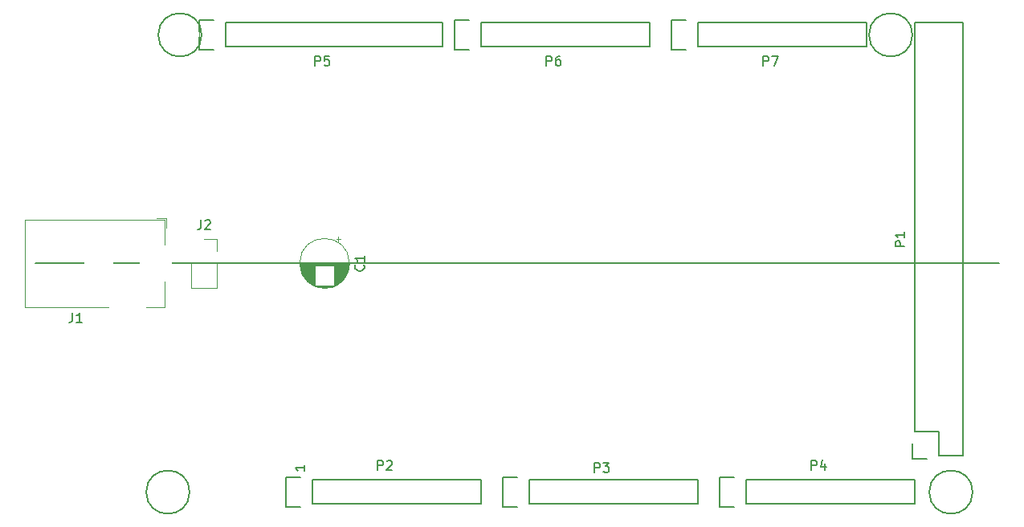
<source format=gto>
G04 #@! TF.GenerationSoftware,KiCad,Pcbnew,(5.1.2-1)-1*
G04 #@! TF.CreationDate,2019-07-30T03:04:29+09:00*
G04 #@! TF.ProjectId,base-shield,62617365-2d73-4686-9965-6c642e6b6963,rev?*
G04 #@! TF.SameCoordinates,PX6296c50PY74079d0*
G04 #@! TF.FileFunction,Legend,Top*
G04 #@! TF.FilePolarity,Positive*
%FSLAX46Y46*%
G04 Gerber Fmt 4.6, Leading zero omitted, Abs format (unit mm)*
G04 Created by KiCad (PCBNEW (5.1.2-1)-1) date 2019-07-30 03:04:29*
%MOMM*%
%LPD*%
G04 APERTURE LIST*
%ADD10C,0.150000*%
%ADD11C,0.120000*%
%ADD12C,1.727200*%
%ADD13O,1.727200X1.727200*%
%ADD14O,1.727200X2.032000*%
%ADD15C,4.064000*%
%ADD16R,1.600000X1.600000*%
%ADD17C,1.600000*%
%ADD18R,3.500000X3.500000*%
%ADD19C,0.100000*%
%ADD20C,3.000000*%
%ADD21C,3.500000*%
%ADD22R,1.700000X1.700000*%
%ADD23O,1.700000X1.700000*%
G04 APERTURE END LIST*
D10*
X0Y26670000D02*
X101600000Y26670000D01*
X28392380Y5365715D02*
X28392380Y4794286D01*
X28392380Y5080000D02*
X27392380Y5080000D01*
X27535238Y4984762D01*
X27630476Y4889524D01*
X27678095Y4794286D01*
X97790000Y6350000D02*
X97790000Y52070000D01*
X92710000Y52070000D02*
X92710000Y8890000D01*
X97790000Y52070000D02*
X92710000Y52070000D01*
X97790000Y6350000D02*
X95250000Y6350000D01*
X92430000Y7620000D02*
X92430000Y6070000D01*
X95250000Y6350000D02*
X95250000Y8890000D01*
X95250000Y8890000D02*
X92710000Y8890000D01*
X92430000Y6070000D02*
X93980000Y6070000D01*
X29210000Y1270000D02*
X46990000Y1270000D01*
X46990000Y1270000D02*
X46990000Y3810000D01*
X46990000Y3810000D02*
X29210000Y3810000D01*
X26390000Y990000D02*
X27940000Y990000D01*
X29210000Y1270000D02*
X29210000Y3810000D01*
X27940000Y4090000D02*
X26390000Y4090000D01*
X26390000Y4090000D02*
X26390000Y990000D01*
X52070000Y1270000D02*
X69850000Y1270000D01*
X69850000Y1270000D02*
X69850000Y3810000D01*
X69850000Y3810000D02*
X52070000Y3810000D01*
X49250000Y990000D02*
X50800000Y990000D01*
X52070000Y1270000D02*
X52070000Y3810000D01*
X50800000Y4090000D02*
X49250000Y4090000D01*
X49250000Y4090000D02*
X49250000Y990000D01*
X74930000Y1270000D02*
X92710000Y1270000D01*
X92710000Y1270000D02*
X92710000Y3810000D01*
X92710000Y3810000D02*
X74930000Y3810000D01*
X72110000Y990000D02*
X73660000Y990000D01*
X74930000Y1270000D02*
X74930000Y3810000D01*
X73660000Y4090000D02*
X72110000Y4090000D01*
X72110000Y4090000D02*
X72110000Y990000D01*
X20066000Y49530000D02*
X42926000Y49530000D01*
X42926000Y49530000D02*
X42926000Y52070000D01*
X42926000Y52070000D02*
X20066000Y52070000D01*
X17246000Y49250000D02*
X18796000Y49250000D01*
X20066000Y49530000D02*
X20066000Y52070000D01*
X18796000Y52350000D02*
X17246000Y52350000D01*
X17246000Y52350000D02*
X17246000Y49250000D01*
X46990000Y49530000D02*
X64770000Y49530000D01*
X64770000Y49530000D02*
X64770000Y52070000D01*
X64770000Y52070000D02*
X46990000Y52070000D01*
X44170000Y49250000D02*
X45720000Y49250000D01*
X46990000Y49530000D02*
X46990000Y52070000D01*
X45720000Y52350000D02*
X44170000Y52350000D01*
X44170000Y52350000D02*
X44170000Y49250000D01*
X69850000Y49530000D02*
X87630000Y49530000D01*
X87630000Y49530000D02*
X87630000Y52070000D01*
X87630000Y52070000D02*
X69850000Y52070000D01*
X67030000Y49250000D02*
X68580000Y49250000D01*
X69850000Y49530000D02*
X69850000Y52070000D01*
X68580000Y52350000D02*
X67030000Y52350000D01*
X67030000Y52350000D02*
X67030000Y49250000D01*
X16256000Y2540000D02*
G75*
G03X16256000Y2540000I-2286000J0D01*
G01*
X98806000Y2540000D02*
G75*
G03X98806000Y2540000I-2286000J0D01*
G01*
X17526000Y50800000D02*
G75*
G03X17526000Y50800000I-2286000J0D01*
G01*
X92456000Y50800000D02*
G75*
G03X92456000Y50800000I-2286000J0D01*
G01*
D11*
X33100000Y26690000D02*
G75*
G03X33100000Y26690000I-2620000J0D01*
G01*
X33060000Y26690000D02*
X27900000Y26690000D01*
X33060000Y26650000D02*
X27900000Y26650000D01*
X33059000Y26610000D02*
X27901000Y26610000D01*
X33058000Y26570000D02*
X27902000Y26570000D01*
X33056000Y26530000D02*
X27904000Y26530000D01*
X33053000Y26490000D02*
X27907000Y26490000D01*
X33049000Y26450000D02*
X31520000Y26450000D01*
X29440000Y26450000D02*
X27911000Y26450000D01*
X33045000Y26410000D02*
X31520000Y26410000D01*
X29440000Y26410000D02*
X27915000Y26410000D01*
X33041000Y26370000D02*
X31520000Y26370000D01*
X29440000Y26370000D02*
X27919000Y26370000D01*
X33036000Y26330000D02*
X31520000Y26330000D01*
X29440000Y26330000D02*
X27924000Y26330000D01*
X33030000Y26290000D02*
X31520000Y26290000D01*
X29440000Y26290000D02*
X27930000Y26290000D01*
X33023000Y26250000D02*
X31520000Y26250000D01*
X29440000Y26250000D02*
X27937000Y26250000D01*
X33016000Y26210000D02*
X31520000Y26210000D01*
X29440000Y26210000D02*
X27944000Y26210000D01*
X33008000Y26170000D02*
X31520000Y26170000D01*
X29440000Y26170000D02*
X27952000Y26170000D01*
X33000000Y26130000D02*
X31520000Y26130000D01*
X29440000Y26130000D02*
X27960000Y26130000D01*
X32991000Y26090000D02*
X31520000Y26090000D01*
X29440000Y26090000D02*
X27969000Y26090000D01*
X32981000Y26050000D02*
X31520000Y26050000D01*
X29440000Y26050000D02*
X27979000Y26050000D01*
X32971000Y26010000D02*
X31520000Y26010000D01*
X29440000Y26010000D02*
X27989000Y26010000D01*
X32960000Y25969000D02*
X31520000Y25969000D01*
X29440000Y25969000D02*
X28000000Y25969000D01*
X32948000Y25929000D02*
X31520000Y25929000D01*
X29440000Y25929000D02*
X28012000Y25929000D01*
X32935000Y25889000D02*
X31520000Y25889000D01*
X29440000Y25889000D02*
X28025000Y25889000D01*
X32922000Y25849000D02*
X31520000Y25849000D01*
X29440000Y25849000D02*
X28038000Y25849000D01*
X32908000Y25809000D02*
X31520000Y25809000D01*
X29440000Y25809000D02*
X28052000Y25809000D01*
X32894000Y25769000D02*
X31520000Y25769000D01*
X29440000Y25769000D02*
X28066000Y25769000D01*
X32878000Y25729000D02*
X31520000Y25729000D01*
X29440000Y25729000D02*
X28082000Y25729000D01*
X32862000Y25689000D02*
X31520000Y25689000D01*
X29440000Y25689000D02*
X28098000Y25689000D01*
X32845000Y25649000D02*
X31520000Y25649000D01*
X29440000Y25649000D02*
X28115000Y25649000D01*
X32828000Y25609000D02*
X31520000Y25609000D01*
X29440000Y25609000D02*
X28132000Y25609000D01*
X32809000Y25569000D02*
X31520000Y25569000D01*
X29440000Y25569000D02*
X28151000Y25569000D01*
X32790000Y25529000D02*
X31520000Y25529000D01*
X29440000Y25529000D02*
X28170000Y25529000D01*
X32770000Y25489000D02*
X31520000Y25489000D01*
X29440000Y25489000D02*
X28190000Y25489000D01*
X32748000Y25449000D02*
X31520000Y25449000D01*
X29440000Y25449000D02*
X28212000Y25449000D01*
X32727000Y25409000D02*
X31520000Y25409000D01*
X29440000Y25409000D02*
X28233000Y25409000D01*
X32704000Y25369000D02*
X31520000Y25369000D01*
X29440000Y25369000D02*
X28256000Y25369000D01*
X32680000Y25329000D02*
X31520000Y25329000D01*
X29440000Y25329000D02*
X28280000Y25329000D01*
X32655000Y25289000D02*
X31520000Y25289000D01*
X29440000Y25289000D02*
X28305000Y25289000D01*
X32629000Y25249000D02*
X31520000Y25249000D01*
X29440000Y25249000D02*
X28331000Y25249000D01*
X32602000Y25209000D02*
X31520000Y25209000D01*
X29440000Y25209000D02*
X28358000Y25209000D01*
X32575000Y25169000D02*
X31520000Y25169000D01*
X29440000Y25169000D02*
X28385000Y25169000D01*
X32545000Y25129000D02*
X31520000Y25129000D01*
X29440000Y25129000D02*
X28415000Y25129000D01*
X32515000Y25089000D02*
X31520000Y25089000D01*
X29440000Y25089000D02*
X28445000Y25089000D01*
X32484000Y25049000D02*
X31520000Y25049000D01*
X29440000Y25049000D02*
X28476000Y25049000D01*
X32451000Y25009000D02*
X31520000Y25009000D01*
X29440000Y25009000D02*
X28509000Y25009000D01*
X32417000Y24969000D02*
X31520000Y24969000D01*
X29440000Y24969000D02*
X28543000Y24969000D01*
X32381000Y24929000D02*
X31520000Y24929000D01*
X29440000Y24929000D02*
X28579000Y24929000D01*
X32344000Y24889000D02*
X31520000Y24889000D01*
X29440000Y24889000D02*
X28616000Y24889000D01*
X32306000Y24849000D02*
X31520000Y24849000D01*
X29440000Y24849000D02*
X28654000Y24849000D01*
X32265000Y24809000D02*
X31520000Y24809000D01*
X29440000Y24809000D02*
X28695000Y24809000D01*
X32223000Y24769000D02*
X31520000Y24769000D01*
X29440000Y24769000D02*
X28737000Y24769000D01*
X32179000Y24729000D02*
X31520000Y24729000D01*
X29440000Y24729000D02*
X28781000Y24729000D01*
X32133000Y24689000D02*
X31520000Y24689000D01*
X29440000Y24689000D02*
X28827000Y24689000D01*
X32085000Y24649000D02*
X31520000Y24649000D01*
X29440000Y24649000D02*
X28875000Y24649000D01*
X32034000Y24609000D02*
X31520000Y24609000D01*
X29440000Y24609000D02*
X28926000Y24609000D01*
X31980000Y24569000D02*
X31520000Y24569000D01*
X29440000Y24569000D02*
X28980000Y24569000D01*
X31923000Y24529000D02*
X31520000Y24529000D01*
X29440000Y24529000D02*
X29037000Y24529000D01*
X31863000Y24489000D02*
X31520000Y24489000D01*
X29440000Y24489000D02*
X29097000Y24489000D01*
X31799000Y24449000D02*
X31520000Y24449000D01*
X29440000Y24449000D02*
X29161000Y24449000D01*
X31731000Y24409000D02*
X31520000Y24409000D01*
X29440000Y24409000D02*
X29229000Y24409000D01*
X31658000Y24369000D02*
X29302000Y24369000D01*
X31578000Y24329000D02*
X29382000Y24329000D01*
X31491000Y24289000D02*
X29469000Y24289000D01*
X31395000Y24249000D02*
X29565000Y24249000D01*
X31285000Y24209000D02*
X29675000Y24209000D01*
X31157000Y24169000D02*
X29803000Y24169000D01*
X30998000Y24129000D02*
X29962000Y24129000D01*
X30764000Y24089000D02*
X30196000Y24089000D01*
X31955000Y29494775D02*
X31955000Y28994775D01*
X32205000Y29244775D02*
X31705000Y29244775D01*
X13800000Y30420000D02*
X13800000Y31470000D01*
X12750000Y31470000D02*
X13800000Y31470000D01*
X7700000Y22070000D02*
X-1100000Y22070000D01*
X-1100000Y22070000D02*
X-1100000Y31270000D01*
X13600000Y24770000D02*
X13600000Y22070000D01*
X13600000Y22070000D02*
X11700000Y22070000D01*
X-1100000Y31270000D02*
X13600000Y31270000D01*
X13600000Y31270000D02*
X13600000Y28670000D01*
X16450000Y26670000D02*
X19110000Y26670000D01*
X16450000Y26670000D02*
X16450000Y24070000D01*
X16450000Y24070000D02*
X19110000Y24070000D01*
X19110000Y26670000D02*
X19110000Y24070000D01*
X19110000Y29270000D02*
X19110000Y27940000D01*
X17780000Y29270000D02*
X19110000Y29270000D01*
D10*
X91638380Y28471905D02*
X90638380Y28471905D01*
X90638380Y28852858D01*
X90686000Y28948096D01*
X90733619Y28995715D01*
X90828857Y29043334D01*
X90971714Y29043334D01*
X91066952Y28995715D01*
X91114571Y28948096D01*
X91162190Y28852858D01*
X91162190Y28471905D01*
X91638380Y29995715D02*
X91638380Y29424286D01*
X91638380Y29710000D02*
X90638380Y29710000D01*
X90781238Y29614762D01*
X90876476Y29519524D01*
X90924095Y29424286D01*
X36091904Y4881620D02*
X36091904Y5881620D01*
X36472857Y5881620D01*
X36568095Y5834000D01*
X36615714Y5786381D01*
X36663333Y5691143D01*
X36663333Y5548286D01*
X36615714Y5453048D01*
X36568095Y5405429D01*
X36472857Y5357810D01*
X36091904Y5357810D01*
X37044285Y5786381D02*
X37091904Y5834000D01*
X37187142Y5881620D01*
X37425238Y5881620D01*
X37520476Y5834000D01*
X37568095Y5786381D01*
X37615714Y5691143D01*
X37615714Y5595905D01*
X37568095Y5453048D01*
X36996666Y4881620D01*
X37615714Y4881620D01*
X58951904Y4627620D02*
X58951904Y5627620D01*
X59332857Y5627620D01*
X59428095Y5580000D01*
X59475714Y5532381D01*
X59523333Y5437143D01*
X59523333Y5294286D01*
X59475714Y5199048D01*
X59428095Y5151429D01*
X59332857Y5103810D01*
X58951904Y5103810D01*
X59856666Y5627620D02*
X60475714Y5627620D01*
X60142380Y5246667D01*
X60285238Y5246667D01*
X60380476Y5199048D01*
X60428095Y5151429D01*
X60475714Y5056191D01*
X60475714Y4818096D01*
X60428095Y4722858D01*
X60380476Y4675239D01*
X60285238Y4627620D01*
X59999523Y4627620D01*
X59904285Y4675239D01*
X59856666Y4722858D01*
X81811904Y4881620D02*
X81811904Y5881620D01*
X82192857Y5881620D01*
X82288095Y5834000D01*
X82335714Y5786381D01*
X82383333Y5691143D01*
X82383333Y5548286D01*
X82335714Y5453048D01*
X82288095Y5405429D01*
X82192857Y5357810D01*
X81811904Y5357810D01*
X83240476Y5548286D02*
X83240476Y4881620D01*
X83002380Y5929239D02*
X82764285Y5214953D01*
X83383333Y5214953D01*
X29487904Y47553620D02*
X29487904Y48553620D01*
X29868857Y48553620D01*
X29964095Y48506000D01*
X30011714Y48458381D01*
X30059333Y48363143D01*
X30059333Y48220286D01*
X30011714Y48125048D01*
X29964095Y48077429D01*
X29868857Y48029810D01*
X29487904Y48029810D01*
X30964095Y48553620D02*
X30487904Y48553620D01*
X30440285Y48077429D01*
X30487904Y48125048D01*
X30583142Y48172667D01*
X30821238Y48172667D01*
X30916476Y48125048D01*
X30964095Y48077429D01*
X31011714Y47982191D01*
X31011714Y47744096D01*
X30964095Y47648858D01*
X30916476Y47601239D01*
X30821238Y47553620D01*
X30583142Y47553620D01*
X30487904Y47601239D01*
X30440285Y47648858D01*
X53871904Y47553620D02*
X53871904Y48553620D01*
X54252857Y48553620D01*
X54348095Y48506000D01*
X54395714Y48458381D01*
X54443333Y48363143D01*
X54443333Y48220286D01*
X54395714Y48125048D01*
X54348095Y48077429D01*
X54252857Y48029810D01*
X53871904Y48029810D01*
X55300476Y48553620D02*
X55110000Y48553620D01*
X55014761Y48506000D01*
X54967142Y48458381D01*
X54871904Y48315524D01*
X54824285Y48125048D01*
X54824285Y47744096D01*
X54871904Y47648858D01*
X54919523Y47601239D01*
X55014761Y47553620D01*
X55205238Y47553620D01*
X55300476Y47601239D01*
X55348095Y47648858D01*
X55395714Y47744096D01*
X55395714Y47982191D01*
X55348095Y48077429D01*
X55300476Y48125048D01*
X55205238Y48172667D01*
X55014761Y48172667D01*
X54919523Y48125048D01*
X54871904Y48077429D01*
X54824285Y47982191D01*
X76731904Y47553620D02*
X76731904Y48553620D01*
X77112857Y48553620D01*
X77208095Y48506000D01*
X77255714Y48458381D01*
X77303333Y48363143D01*
X77303333Y48220286D01*
X77255714Y48125048D01*
X77208095Y48077429D01*
X77112857Y48029810D01*
X76731904Y48029810D01*
X77636666Y48553620D02*
X78303333Y48553620D01*
X77874761Y47553620D01*
X34587142Y26523334D02*
X34634761Y26475715D01*
X34682380Y26332858D01*
X34682380Y26237620D01*
X34634761Y26094762D01*
X34539523Y25999524D01*
X34444285Y25951905D01*
X34253809Y25904286D01*
X34110952Y25904286D01*
X33920476Y25951905D01*
X33825238Y25999524D01*
X33730000Y26094762D01*
X33682380Y26237620D01*
X33682380Y26332858D01*
X33730000Y26475715D01*
X33777619Y26523334D01*
X34682380Y27475715D02*
X34682380Y26904286D01*
X34682380Y27190000D02*
X33682380Y27190000D01*
X33825238Y27094762D01*
X33920476Y26999524D01*
X33968095Y26904286D01*
X3916666Y21467620D02*
X3916666Y20753334D01*
X3869047Y20610477D01*
X3773809Y20515239D01*
X3630952Y20467620D01*
X3535714Y20467620D01*
X4916666Y20467620D02*
X4345238Y20467620D01*
X4630952Y20467620D02*
X4630952Y21467620D01*
X4535714Y21324762D01*
X4440476Y21229524D01*
X4345238Y21181905D01*
X17446666Y31257620D02*
X17446666Y30543334D01*
X17399047Y30400477D01*
X17303809Y30305239D01*
X17160952Y30257620D01*
X17065714Y30257620D01*
X17875238Y31162381D02*
X17922857Y31210000D01*
X18018095Y31257620D01*
X18256190Y31257620D01*
X18351428Y31210000D01*
X18399047Y31162381D01*
X18446666Y31067143D01*
X18446666Y30971905D01*
X18399047Y30829048D01*
X17827619Y30257620D01*
X18446666Y30257620D01*
%LPC*%
D12*
X93980000Y7620000D03*
D13*
X96520000Y7620000D03*
X93980000Y10160000D03*
X96520000Y10160000D03*
X93980000Y12700000D03*
X96520000Y12700000D03*
X93980000Y15240000D03*
X96520000Y15240000D03*
X93980000Y17780000D03*
X96520000Y17780000D03*
X93980000Y20320000D03*
X96520000Y20320000D03*
X93980000Y22860000D03*
X96520000Y22860000D03*
X93980000Y25400000D03*
X96520000Y25400000D03*
X93980000Y27940000D03*
X96520000Y27940000D03*
X93980000Y30480000D03*
X96520000Y30480000D03*
X93980000Y33020000D03*
X96520000Y33020000D03*
X93980000Y35560000D03*
X96520000Y35560000D03*
X93980000Y38100000D03*
X96520000Y38100000D03*
X93980000Y40640000D03*
X96520000Y40640000D03*
X93980000Y43180000D03*
X96520000Y43180000D03*
X93980000Y45720000D03*
X96520000Y45720000D03*
X93980000Y48260000D03*
X96520000Y48260000D03*
X93980000Y50800000D03*
X96520000Y50800000D03*
D14*
X27940000Y2540000D03*
X30480000Y2540000D03*
X33020000Y2540000D03*
X35560000Y2540000D03*
X38100000Y2540000D03*
X40640000Y2540000D03*
X43180000Y2540000D03*
X45720000Y2540000D03*
X50800000Y2540000D03*
X53340000Y2540000D03*
X55880000Y2540000D03*
X58420000Y2540000D03*
X60960000Y2540000D03*
X63500000Y2540000D03*
X66040000Y2540000D03*
X68580000Y2540000D03*
X73660000Y2540000D03*
X76200000Y2540000D03*
X78740000Y2540000D03*
X81280000Y2540000D03*
X83820000Y2540000D03*
X86360000Y2540000D03*
X88900000Y2540000D03*
X91440000Y2540000D03*
X18796000Y50800000D03*
X21336000Y50800000D03*
X23876000Y50800000D03*
X26416000Y50800000D03*
X28956000Y50800000D03*
X31496000Y50800000D03*
X34036000Y50800000D03*
X36576000Y50800000D03*
X39116000Y50800000D03*
X41656000Y50800000D03*
X45720000Y50800000D03*
X48260000Y50800000D03*
X50800000Y50800000D03*
X53340000Y50800000D03*
X55880000Y50800000D03*
X58420000Y50800000D03*
X60960000Y50800000D03*
X63500000Y50800000D03*
X68580000Y50800000D03*
X71120000Y50800000D03*
X73660000Y50800000D03*
X76200000Y50800000D03*
X78740000Y50800000D03*
X81280000Y50800000D03*
X83820000Y50800000D03*
X86360000Y50800000D03*
D15*
X13970000Y2540000D03*
X96520000Y2540000D03*
X15240000Y50800000D03*
X90170000Y50800000D03*
D16*
X30480000Y27940000D03*
D17*
X30480000Y25440000D03*
D18*
X12700000Y26670000D03*
D19*
G36*
X7523513Y28416389D02*
G01*
X7596318Y28405589D01*
X7667714Y28387705D01*
X7737013Y28362910D01*
X7803548Y28331441D01*
X7866678Y28293602D01*
X7925795Y28249758D01*
X7980330Y28200330D01*
X8029758Y28145795D01*
X8073602Y28086678D01*
X8111441Y28023548D01*
X8142910Y27957013D01*
X8167705Y27887714D01*
X8185589Y27816318D01*
X8196389Y27743513D01*
X8200000Y27670000D01*
X8200000Y25670000D01*
X8196389Y25596487D01*
X8185589Y25523682D01*
X8167705Y25452286D01*
X8142910Y25382987D01*
X8111441Y25316452D01*
X8073602Y25253322D01*
X8029758Y25194205D01*
X7980330Y25139670D01*
X7925795Y25090242D01*
X7866678Y25046398D01*
X7803548Y25008559D01*
X7737013Y24977090D01*
X7667714Y24952295D01*
X7596318Y24934411D01*
X7523513Y24923611D01*
X7450000Y24920000D01*
X5950000Y24920000D01*
X5876487Y24923611D01*
X5803682Y24934411D01*
X5732286Y24952295D01*
X5662987Y24977090D01*
X5596452Y25008559D01*
X5533322Y25046398D01*
X5474205Y25090242D01*
X5419670Y25139670D01*
X5370242Y25194205D01*
X5326398Y25253322D01*
X5288559Y25316452D01*
X5257090Y25382987D01*
X5232295Y25452286D01*
X5214411Y25523682D01*
X5203611Y25596487D01*
X5200000Y25670000D01*
X5200000Y27670000D01*
X5203611Y27743513D01*
X5214411Y27816318D01*
X5232295Y27887714D01*
X5257090Y27957013D01*
X5288559Y28023548D01*
X5326398Y28086678D01*
X5370242Y28145795D01*
X5419670Y28200330D01*
X5474205Y28249758D01*
X5533322Y28293602D01*
X5596452Y28331441D01*
X5662987Y28362910D01*
X5732286Y28387705D01*
X5803682Y28405589D01*
X5876487Y28416389D01*
X5950000Y28420000D01*
X7450000Y28420000D01*
X7523513Y28416389D01*
X7523513Y28416389D01*
G37*
D20*
X6700000Y26670000D03*
D19*
G36*
X10660765Y23715787D02*
G01*
X10745704Y23703187D01*
X10828999Y23682323D01*
X10909848Y23653395D01*
X10987472Y23616681D01*
X11061124Y23572536D01*
X11130094Y23521384D01*
X11193718Y23463718D01*
X11251384Y23400094D01*
X11302536Y23331124D01*
X11346681Y23257472D01*
X11383395Y23179848D01*
X11412323Y23098999D01*
X11433187Y23015704D01*
X11445787Y22930765D01*
X11450000Y22845000D01*
X11450000Y21095000D01*
X11445787Y21009235D01*
X11433187Y20924296D01*
X11412323Y20841001D01*
X11383395Y20760152D01*
X11346681Y20682528D01*
X11302536Y20608876D01*
X11251384Y20539906D01*
X11193718Y20476282D01*
X11130094Y20418616D01*
X11061124Y20367464D01*
X10987472Y20323319D01*
X10909848Y20286605D01*
X10828999Y20257677D01*
X10745704Y20236813D01*
X10660765Y20224213D01*
X10575000Y20220000D01*
X8825000Y20220000D01*
X8739235Y20224213D01*
X8654296Y20236813D01*
X8571001Y20257677D01*
X8490152Y20286605D01*
X8412528Y20323319D01*
X8338876Y20367464D01*
X8269906Y20418616D01*
X8206282Y20476282D01*
X8148616Y20539906D01*
X8097464Y20608876D01*
X8053319Y20682528D01*
X8016605Y20760152D01*
X7987677Y20841001D01*
X7966813Y20924296D01*
X7954213Y21009235D01*
X7950000Y21095000D01*
X7950000Y22845000D01*
X7954213Y22930765D01*
X7966813Y23015704D01*
X7987677Y23098999D01*
X8016605Y23179848D01*
X8053319Y23257472D01*
X8097464Y23331124D01*
X8148616Y23400094D01*
X8206282Y23463718D01*
X8269906Y23521384D01*
X8338876Y23572536D01*
X8412528Y23616681D01*
X8490152Y23653395D01*
X8571001Y23682323D01*
X8654296Y23703187D01*
X8739235Y23715787D01*
X8825000Y23720000D01*
X10575000Y23720000D01*
X10660765Y23715787D01*
X10660765Y23715787D01*
G37*
D21*
X9700000Y21970000D03*
D22*
X17780000Y27940000D03*
D23*
X17780000Y25400000D03*
M02*

</source>
